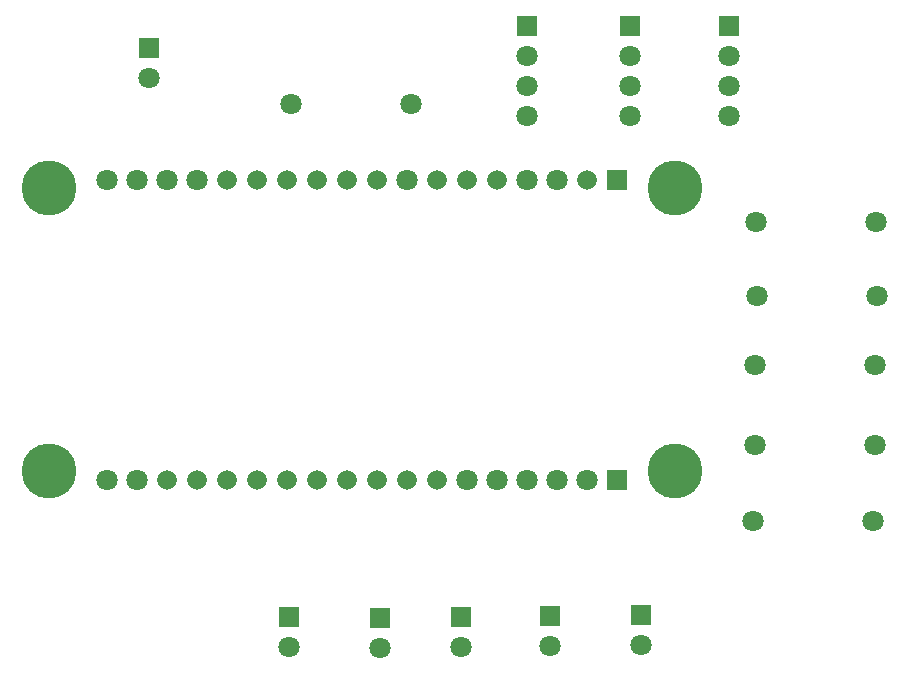
<source format=gbr>
%TF.GenerationSoftware,KiCad,Pcbnew,(5.1.12)-1*%
%TF.CreationDate,2022-06-22T10:59:22-05:00*%
%TF.ProjectId,Unidad central,556e6964-6164-4206-9365-6e7472616c2e,rev?*%
%TF.SameCoordinates,Original*%
%TF.FileFunction,Soldermask,Top*%
%TF.FilePolarity,Negative*%
%FSLAX46Y46*%
G04 Gerber Fmt 4.6, Leading zero omitted, Abs format (unit mm)*
G04 Created by KiCad (PCBNEW (5.1.12)-1) date 2022-06-22 10:59:22*
%MOMM*%
%LPD*%
G01*
G04 APERTURE LIST*
%ADD10C,1.800000*%
%ADD11R,1.700000X1.700000*%
%ADD12C,4.650000*%
%ADD13C,1.665000*%
%ADD14R,1.665000X1.665000*%
G04 APERTURE END LIST*
D10*
%TO.C,R6*%
X122857000Y-59921100D03*
X133017000Y-59921100D03*
%TD*%
%TO.C,R5*%
X172164000Y-95224600D03*
X162004000Y-95224600D03*
%TD*%
%TO.C,R4*%
X172342000Y-88742500D03*
X162182000Y-88742500D03*
%TD*%
%TO.C,R3*%
X172342000Y-81991200D03*
X162182000Y-81991200D03*
%TD*%
%TO.C,R2*%
X172430000Y-76131400D03*
X162270000Y-76131400D03*
%TD*%
%TO.C,R1*%
X172369000Y-69883000D03*
X162209000Y-69883000D03*
%TD*%
%TO.C,J4*%
X144747000Y-105768000D03*
D11*
X144747000Y-103228000D03*
%TD*%
D10*
%TO.C,J3*%
X137279000Y-105865000D03*
D11*
X137279000Y-103325000D03*
%TD*%
D10*
%TO.C,J2*%
X130404000Y-105964000D03*
D11*
X130404000Y-103424000D03*
%TD*%
D10*
%TO.C,D3*%
X142822000Y-60927000D03*
X142822000Y-58387000D03*
X142822000Y-55847000D03*
D11*
X142822000Y-53307000D03*
%TD*%
D12*
%TO.C,U1*%
X155375000Y-90985200D03*
X155375000Y-66985200D03*
X102375000Y-66985200D03*
X102375000Y-90985200D03*
D10*
X107272000Y-91685200D03*
X109812000Y-91685200D03*
D13*
X112352000Y-91685200D03*
X114892000Y-91685200D03*
X117432000Y-91685200D03*
X119972000Y-91685200D03*
X122512000Y-91685200D03*
X125052000Y-91685200D03*
X127592000Y-91685200D03*
X130132000Y-91685200D03*
X132672000Y-91685200D03*
X135212000Y-91685200D03*
D10*
X137752000Y-91685200D03*
X140292000Y-91685200D03*
X142832000Y-91685200D03*
X145372000Y-91685200D03*
X147912000Y-91685200D03*
D14*
X150452000Y-91685200D03*
D10*
X107272000Y-66285200D03*
X109812000Y-66285200D03*
X112352000Y-66285200D03*
X114892000Y-66285200D03*
D13*
X117432000Y-66285200D03*
X119972000Y-66285200D03*
X122512000Y-66285200D03*
X125052000Y-66285200D03*
X127592000Y-66285200D03*
X130132000Y-66285200D03*
D10*
X132672000Y-66285200D03*
D13*
X135212000Y-66285200D03*
X137752000Y-66285200D03*
X140292000Y-66285200D03*
D10*
X142832000Y-66285200D03*
X145372000Y-66285200D03*
D13*
X147912000Y-66285200D03*
D14*
X150452000Y-66285200D03*
%TD*%
D10*
%TO.C,D2*%
X151526000Y-60927000D03*
X151526000Y-58387000D03*
X151526000Y-55847000D03*
D11*
X151526000Y-53307000D03*
%TD*%
D10*
%TO.C,D1*%
X159964000Y-60927000D03*
X159964000Y-58387000D03*
X159964000Y-55847000D03*
D11*
X159964000Y-53307000D03*
%TD*%
D10*
%TO.C,J6*%
X110833000Y-57698600D03*
D11*
X110833000Y-55158600D03*
%TD*%
D10*
%TO.C,J5*%
X152530000Y-105667000D03*
D11*
X152530000Y-103127000D03*
%TD*%
D10*
%TO.C,J1*%
X122644000Y-105865000D03*
D11*
X122644000Y-103325000D03*
%TD*%
M02*

</source>
